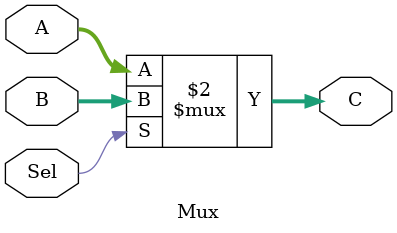
<source format=sv>

module Mux(A, B, Sel, C);
  
  // Port declarations
  input logic [3:0] A;  // 4-bit input A
  input logic [3:0] B;  // 4-bit input B
  input logic Sel;      // 1-bit select signal
  output logic [3:0] C; // 4-bit output C
  
  // Always_comb block for combinational logic
  always_comb begin
    // If Sel is 1, assign B to C; otherwise, assign A to C
    C = Sel ? B : A;
  end
endmodule

</source>
